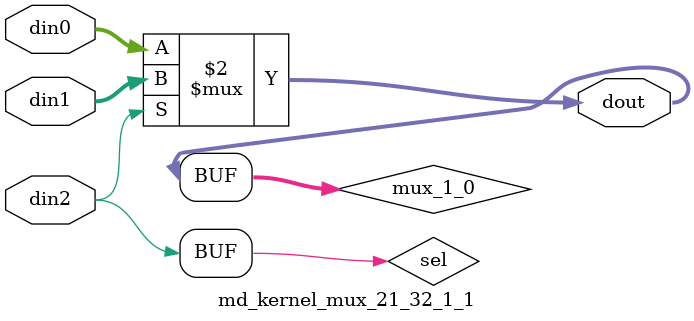
<source format=v>

`timescale 1ns/1ps

module md_kernel_mux_21_32_1_1 #(
parameter
    ID                = 0,
    NUM_STAGE         = 1,
    din0_WIDTH       = 32,
    din1_WIDTH       = 32,
    din2_WIDTH         = 32,
    dout_WIDTH            = 32
)(
    input  [31 : 0]     din0,
    input  [31 : 0]     din1,
    input  [0 : 0]    din2,
    output [31 : 0]   dout);

// puts internal signals
wire [0 : 0]     sel;
// level 1 signals
wire [31 : 0]         mux_1_0;

assign sel = din2;

// Generate level 1 logic
assign mux_1_0 = (sel[0] == 0)? din0 : din1;

// output logic
assign dout = mux_1_0;

endmodule

</source>
